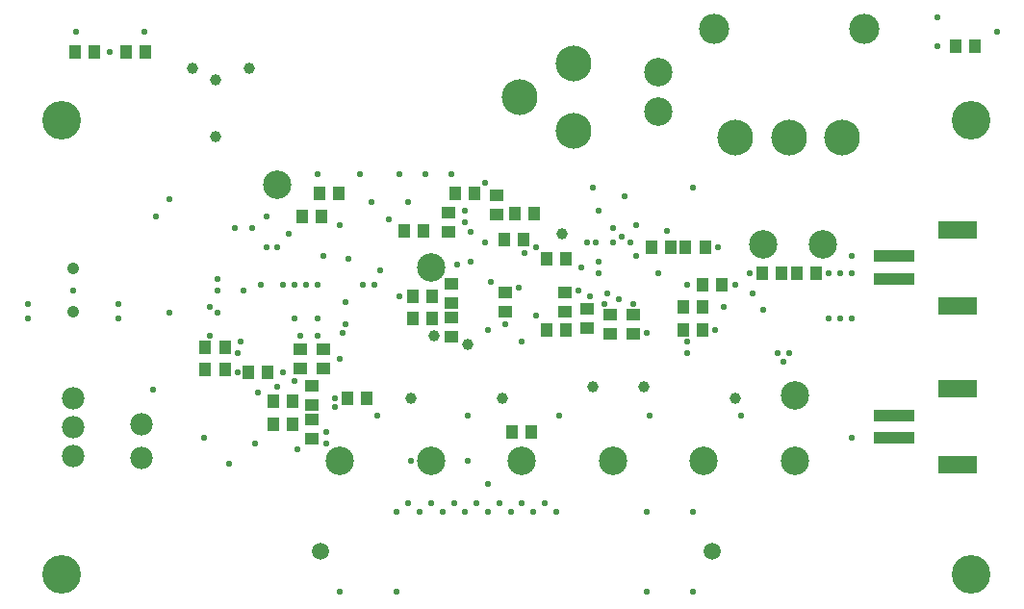
<source format=gbs>
G75*
G70*
%OFA0B0*%
%FSLAX24Y24*%
%IPPOS*%
%LPD*%
%AMOC8*
5,1,8,0,0,1.08239X$1,22.5*
%
%ADD10R,0.0434X0.0473*%
%ADD11C,0.0780*%
%ADD12R,0.0473X0.0434*%
%ADD13C,0.0985*%
%ADD14C,0.0591*%
%ADD15R,0.1379X0.0631*%
%ADD16R,0.1418X0.0434*%
%ADD17C,0.0410*%
%ADD18C,0.1339*%
%ADD19C,0.1240*%
%ADD20C,0.1045*%
%ADD21C,0.0212*%
%ADD22C,0.0394*%
%ADD23C,0.0220*%
D10*
X009472Y007346D03*
X010142Y007346D03*
X010142Y008134D03*
X009472Y008134D03*
X009256Y009118D03*
X008586Y009118D03*
X007779Y009216D03*
X007110Y009216D03*
X007110Y010004D03*
X007779Y010004D03*
X012031Y008232D03*
X012701Y008232D03*
X014295Y010988D03*
X014964Y010988D03*
X014964Y011775D03*
X014295Y011775D03*
X017445Y013744D03*
X018114Y013744D03*
X017838Y014630D03*
X018508Y014630D03*
X018921Y013055D03*
X019590Y013055D03*
X022563Y013449D03*
X023232Y013449D03*
X023744Y013449D03*
X024413Y013449D03*
X024334Y012169D03*
X025004Y012169D03*
X024315Y011382D03*
X023646Y011382D03*
X023646Y010594D03*
X024315Y010594D03*
X026401Y012563D03*
X027071Y012563D03*
X027583Y012563D03*
X028252Y012563D03*
X019590Y010594D03*
X018921Y010594D03*
X014669Y014039D03*
X014000Y014039D03*
X015771Y015319D03*
X016441Y015319D03*
X011716Y015319D03*
X011047Y015319D03*
X011126Y014531D03*
X010457Y014531D03*
X005023Y020240D03*
X004354Y020240D03*
X003252Y020240D03*
X002583Y020240D03*
X017740Y007051D03*
X018409Y007051D03*
X033094Y020437D03*
X033764Y020437D03*
D11*
X004886Y007318D03*
X004886Y006178D03*
X002523Y006232D03*
X002523Y007232D03*
X002523Y008232D03*
D12*
X010397Y009275D03*
X010791Y008665D03*
X011185Y009275D03*
X011185Y009945D03*
X010397Y009945D03*
X010791Y007996D03*
X010791Y007484D03*
X010791Y006815D03*
X015614Y010358D03*
X015614Y011027D03*
X015614Y011539D03*
X015614Y012209D03*
X017484Y011913D03*
X017484Y011244D03*
X019551Y011244D03*
X020338Y011323D03*
X019551Y011913D03*
X020338Y010653D03*
X021126Y010457D03*
X021913Y010457D03*
X021913Y011126D03*
X021126Y011126D03*
X017189Y014590D03*
X017189Y015260D03*
X015516Y014669D03*
X015516Y014000D03*
D13*
X014925Y012760D03*
X009610Y015614D03*
X022799Y018173D03*
X022799Y019543D03*
X026441Y013547D03*
X028508Y013547D03*
X027523Y008331D03*
X027523Y006067D03*
X024374Y006067D03*
X021224Y006067D03*
X018075Y006067D03*
X014925Y006067D03*
X011775Y006067D03*
D14*
X011106Y002917D03*
X024649Y002917D03*
D15*
X033153Y005929D03*
X033153Y008567D03*
X033153Y011441D03*
X033153Y014079D03*
D16*
X030968Y013153D03*
X030968Y012366D03*
X030968Y007642D03*
X030968Y006854D03*
D17*
X002523Y011222D03*
X002523Y012722D03*
D18*
X002130Y002130D03*
X002130Y017878D03*
X033626Y017878D03*
X033626Y002130D03*
D19*
X029177Y017275D03*
X027327Y017275D03*
X025476Y017275D03*
X019846Y017484D03*
X017996Y018665D03*
X019846Y019846D03*
D20*
X024728Y021027D03*
X029925Y021027D03*
D21*
X023980Y015516D03*
X021618Y015220D03*
X020535Y015516D03*
X018173Y013252D03*
X016795Y013646D03*
X016106Y014728D03*
X016795Y015712D03*
X014728Y016008D03*
X013842Y016008D03*
X009216Y014531D03*
X008134Y014138D03*
X009216Y013449D03*
X007248Y010397D03*
X009610Y008626D03*
X011579Y008232D03*
X013055Y007642D03*
X016205Y007642D03*
X019354Y007642D03*
X022504Y007642D03*
X025653Y007642D03*
X023783Y010201D03*
X024768Y010594D03*
X025063Y011382D03*
X026047Y011874D03*
X029098Y010988D03*
X029492Y013153D03*
X022405Y010496D03*
X020732Y012563D03*
X020732Y012957D03*
X020142Y012760D03*
X018567Y011086D03*
X013842Y011775D03*
X007937Y005968D03*
X013744Y004295D03*
X014925Y004590D03*
X016894Y004295D03*
X019256Y004295D03*
X022405Y004295D03*
X023980Y004295D03*
X023980Y001539D03*
X022405Y001539D03*
X013744Y001539D03*
X011775Y001539D03*
X004098Y010988D03*
X004098Y011480D03*
X003803Y020240D03*
D22*
X006657Y019649D03*
X007445Y019256D03*
X008626Y019649D03*
X007445Y017287D03*
X015023Y010397D03*
X016205Y010102D03*
X017386Y008232D03*
X014236Y008232D03*
X020535Y008626D03*
X022307Y008626D03*
X025457Y008232D03*
X019453Y013941D03*
D23*
X020338Y013646D03*
X020634Y013646D03*
X021224Y013646D03*
X021520Y013842D03*
X021815Y013646D03*
X022012Y013153D03*
X022799Y012563D03*
X023783Y012169D03*
X025457Y012169D03*
X025945Y012563D03*
X024866Y013449D03*
X023094Y014039D03*
X022012Y014236D03*
X021224Y014138D03*
X020732Y014728D03*
X018567Y013449D03*
X016992Y012268D03*
X016303Y012957D03*
X015811Y012858D03*
X016303Y014000D03*
X016106Y014334D03*
X014138Y015023D03*
X013449Y014433D03*
X012858Y015023D03*
X011775Y014236D03*
X012071Y013055D03*
X011185Y013153D03*
X010988Y012169D03*
X010594Y012169D03*
X010201Y012169D03*
X009807Y012169D03*
X009020Y012169D03*
X008429Y011972D03*
X007543Y011972D03*
X007543Y012366D03*
X007248Y011382D03*
X007543Y011185D03*
X008331Y010201D03*
X008232Y009807D03*
X008232Y009118D03*
X008921Y008429D03*
X009807Y009118D03*
X010201Y008823D03*
X011579Y007937D03*
X011283Y007051D03*
X011283Y006657D03*
X010299Y006460D03*
X008823Y006657D03*
X007051Y006854D03*
X005279Y008527D03*
X005870Y011185D03*
X002523Y011972D03*
X000949Y011480D03*
X000949Y010988D03*
X005378Y014531D03*
X005870Y015122D03*
X008724Y014138D03*
X009610Y013449D03*
X010004Y013941D03*
X010988Y016008D03*
X012464Y016008D03*
X015614Y016008D03*
X013153Y012661D03*
X012957Y012169D03*
X012563Y012169D03*
X011972Y011579D03*
X010988Y010988D03*
X010988Y010397D03*
X010397Y010397D03*
X010201Y010988D03*
X011874Y010496D03*
X011972Y010791D03*
X011775Y009610D03*
X014236Y006067D03*
X014138Y004590D03*
X014531Y004295D03*
X015319Y004295D03*
X015712Y004590D03*
X016106Y004295D03*
X016500Y004590D03*
X017287Y004590D03*
X017681Y004295D03*
X018075Y004590D03*
X018468Y004295D03*
X018862Y004590D03*
X016894Y005279D03*
X016205Y006067D03*
X018075Y010201D03*
X017484Y010791D03*
X016894Y010594D03*
X017976Y012071D03*
X020043Y011972D03*
X020437Y011775D03*
X020929Y011480D03*
X021421Y011677D03*
X021027Y011874D03*
X021913Y011480D03*
X023783Y009807D03*
X026441Y011283D03*
X026933Y009807D03*
X027130Y009512D03*
X027327Y009807D03*
X028705Y010988D03*
X029492Y010988D03*
X029492Y012563D03*
X029098Y012563D03*
X028705Y012563D03*
X029492Y006854D03*
X032445Y020437D03*
X032445Y021421D03*
X034512Y020929D03*
X004984Y020929D03*
X002622Y020929D03*
M02*

</source>
